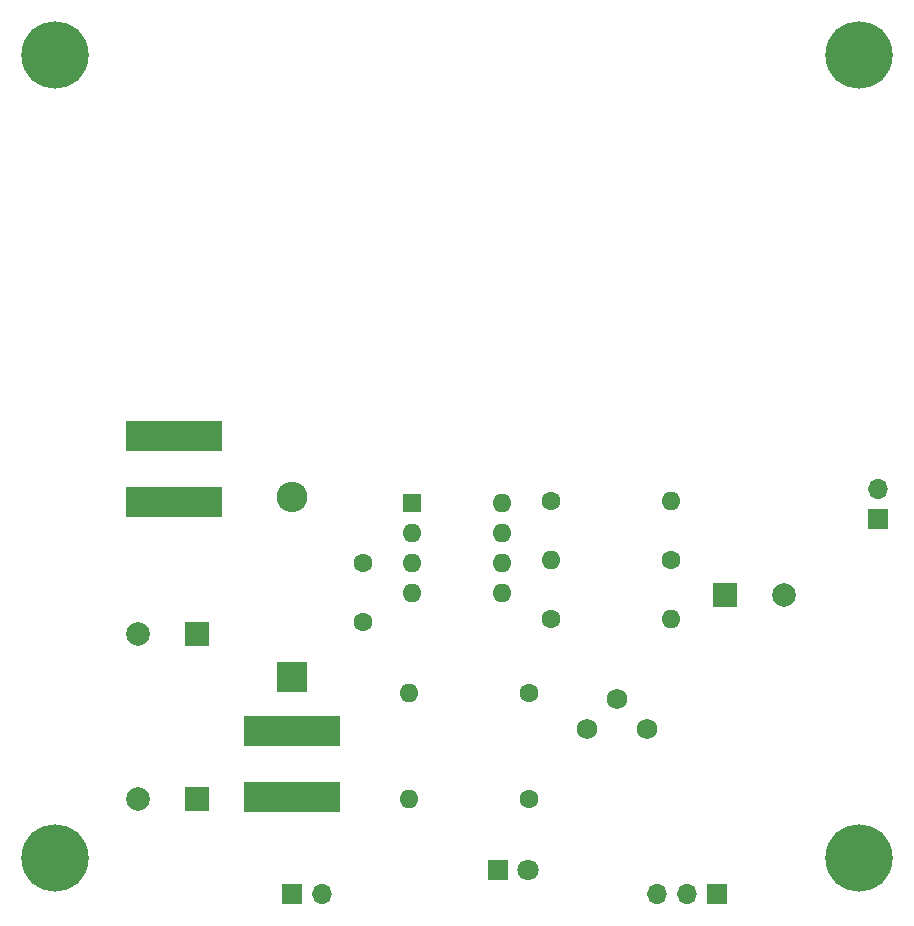
<source format=gbr>
%TF.GenerationSoftware,KiCad,Pcbnew,(6.0.10)*%
%TF.CreationDate,2023-02-21T22:54:33+08:00*%
%TF.ProjectId,LutrarmyMic_BatPwr,4c757472-6172-46d7-994d-69635f426174,rev?*%
%TF.SameCoordinates,Original*%
%TF.FileFunction,Soldermask,Top*%
%TF.FilePolarity,Negative*%
%FSLAX46Y46*%
G04 Gerber Fmt 4.6, Leading zero omitted, Abs format (unit mm)*
G04 Created by KiCad (PCBNEW (6.0.10)) date 2023-02-21 22:54:33*
%MOMM*%
%LPD*%
G01*
G04 APERTURE LIST*
%ADD10C,5.700000*%
%ADD11C,1.600000*%
%ADD12R,8.200000X2.600000*%
%ADD13O,1.600000X1.600000*%
%ADD14R,2.000000X2.000000*%
%ADD15C,2.000000*%
%ADD16R,1.700000X1.700000*%
%ADD17O,1.700000X1.700000*%
%ADD18R,1.600000X1.600000*%
%ADD19R,2.600000X2.600000*%
%ADD20O,2.600000X2.600000*%
%ADD21R,1.800000X1.800000*%
%ADD22C,1.800000*%
%ADD23C,1.750000*%
G04 APERTURE END LIST*
D10*
%TO.C,REF\u002A\u002A*%
X186500000Y-134000000D03*
%TD*%
D11*
%TO.C,C2*%
X144500000Y-109000000D03*
X144500000Y-114000000D03*
%TD*%
D10*
%TO.C,REF\u002A\u002A*%
X118500000Y-134000000D03*
%TD*%
D12*
%TO.C,L2*%
X138500000Y-123200000D03*
X138500000Y-128800000D03*
%TD*%
D11*
%TO.C,R3*%
X160420000Y-103720000D03*
D13*
X170580000Y-103720000D03*
%TD*%
D14*
%TO.C,C4*%
X130500000Y-129000000D03*
D15*
X125500000Y-129000000D03*
%TD*%
D11*
%TO.C,R5*%
X158585000Y-129000000D03*
D13*
X148425000Y-129000000D03*
%TD*%
D16*
%TO.C,BT1*%
X188182500Y-105270000D03*
D17*
X188182500Y-102730000D03*
%TD*%
D14*
%TO.C,C3*%
X130500000Y-115000000D03*
D15*
X125500000Y-115000000D03*
%TD*%
D10*
%TO.C,REF\u002A\u002A*%
X186500000Y-66000000D03*
%TD*%
D11*
%TO.C,R4*%
X158615000Y-120000000D03*
D13*
X148455000Y-120000000D03*
%TD*%
D12*
%TO.C,L1*%
X128500000Y-98200000D03*
X128500000Y-103800000D03*
%TD*%
D18*
%TO.C,U1*%
X148700000Y-103920000D03*
D13*
X148700000Y-106460000D03*
X148700000Y-109000000D03*
X148700000Y-111540000D03*
X156320000Y-111540000D03*
X156320000Y-109000000D03*
X156320000Y-106460000D03*
X156320000Y-103920000D03*
%TD*%
D16*
%TO.C,SW1*%
X174500000Y-137000000D03*
D17*
X171960000Y-137000000D03*
X169420000Y-137000000D03*
%TD*%
D11*
%TO.C,R1*%
X170580000Y-108720000D03*
D13*
X160420000Y-108720000D03*
%TD*%
D19*
%TO.C,D1*%
X138500000Y-118620000D03*
D20*
X138500000Y-103380000D03*
%TD*%
D16*
%TO.C,J1*%
X138500000Y-137000000D03*
D17*
X141040000Y-137000000D03*
%TD*%
D21*
%TO.C,D2*%
X155960000Y-135000000D03*
D22*
X158500000Y-135000000D03*
%TD*%
D14*
%TO.C,C1*%
X175190907Y-111720000D03*
D15*
X180190907Y-111720000D03*
%TD*%
D10*
%TO.C,REF\u002A\u002A*%
X118500000Y-66000000D03*
%TD*%
D23*
%TO.C,RV1*%
X163500000Y-123000000D03*
X166040000Y-120460000D03*
X168580000Y-123000000D03*
%TD*%
D11*
%TO.C,R2*%
X160420000Y-113720000D03*
D13*
X170580000Y-113720000D03*
%TD*%
M02*

</source>
